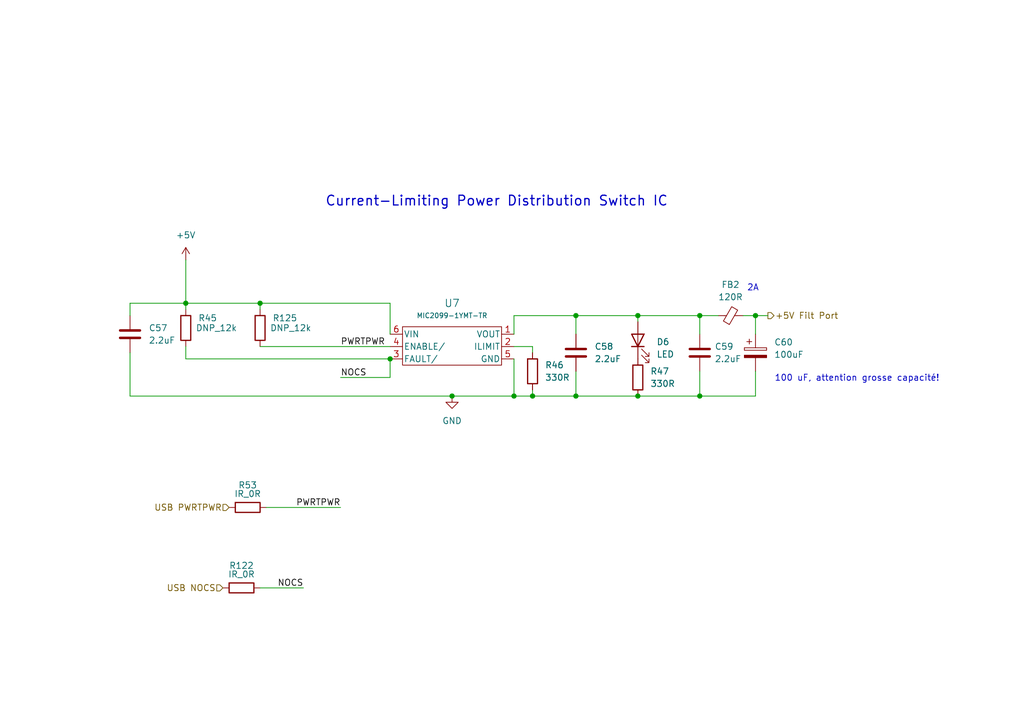
<source format=kicad_sch>
(kicad_sch (version 20231120) (generator "eeschema") (generator_version "8.0")
  (paper "A5")
  (lib_symbols
    (symbol "PnP_Mother_Board:+3.3V" (power) (pin_numbers hide) (pin_names (offset 0) hide)
      (property "Value" "+3.3V" (at 0 3.556 0))
      (symbol "+3.3V_0_1"
        (polyline (pts (xy -0.762 1.27) (xy 0 2.54)))
        (polyline (pts (xy 0 0) (xy 0 2.54)))
        (polyline (pts (xy 0 2.54) (xy 0.762 1.27)))
      )
      (symbol "+3.3V_1_1"
        (pin power_in line (at 0 0 90) (length 0) (name "~") (number "1"))
      )
    )
    (symbol "PnP_Mother_Board:C" (pin_numbers hide) (pin_names (offset 0.254))
      (property "Reference" "C" (at 0.635 2.54 0))
      (property "Value" "C" (at 0.635 -2.54 0))
      (symbol "C_0_1"
        (polyline (pts (xy -2.032 -0.762) (xy 2.032 -0.762)) (stroke (width 0.508)))
        (polyline (pts (xy -2.032 0.762) (xy 2.032 0.762)) (stroke (width 0.508)))
      )
      (symbol "C_1_1"
        (pin passive line (at 0 3.81 270) (length 2.794) (name "~") (number "1"))
        (pin passive line (at 0 -3.81 90) (length 2.794) (name "~") (number "2"))
      )
    )
    (symbol "PnP_Mother_Board:C_Polarized" (pin_numbers hide) (pin_names (offset 0.254))
      (property "Reference" "C" (at 0.635 2.54 0))
      (property "Value" "C_Polarized" (at 0.635 -2.54 0))
      (symbol "C_Polarized_0_1"
        (rectangle (start -2.286 0.508) (end 2.286 1.016))
        (polyline (pts (xy -1.778 2.286) (xy -0.762 2.286)))
        (polyline (pts (xy -1.27 2.794) (xy -1.27 1.778)))
        (rectangle (start 2.286 -0.508) (end -2.286 -1.016) (fill (type outline)))
      )
      (symbol "C_Polarized_1_1"
        (pin passive line (at 0 3.81 270) (length 2.794) (name "~") (number "1"))
        (pin passive line (at 0 -3.81 90) (length 2.794) (name "~") (number "2"))
      )
    )
    (symbol "PnP_Mother_Board:FerriteBead_Small" (pin_numbers hide) (pin_names (offset 0))
      (property "Reference" "FB" (at 1.905 1.27 0))
      (property "Value" "FerriteBead_Small" (at 1.905 -1.27 0))
      (symbol "FerriteBead_Small_0_1"
        (polyline (pts (xy 0 -1.27) (xy 0 -0.7874)))
        (polyline (pts (xy 0 0.889) (xy 0 1.2954)))
        (polyline (pts (xy -1.8288 0.2794) (xy -1.1176 1.4986) (xy 1.8288 -0.2032) (xy 1.1176 -1.4224) (xy -1.8288 0.2794)))
      )
      (symbol "FerriteBead_Small_1_1"
        (pin passive line (at 0 2.54 270) (length 1.27) (name "~") (number "1"))
        (pin passive line (at 0 -2.54 90) (length 1.27) (name "~") (number "2"))
      )
    )
    (symbol "PnP_Mother_Board:GND" (power) (pin_numbers hide) (pin_names (offset 0) hide)
      (property "Value" "GND" (at 0 -3.81 0))
      (symbol "GND_0_1"
        (polyline (pts (xy 0 0) (xy 0 -1.27) (xy 1.27 -1.27) (xy 0 -2.54) (xy -1.27 -1.27) (xy 0 -1.27)))
      )
      (symbol "GND_1_1"
        (pin power_in line (at 0 0 270) (length 0) (name "~") (number "1"))
      )
    )
    (symbol "PnP_Mother_Board:LED" (pin_numbers hide) (pin_names (offset 1.016) hide)
      (property "Reference" "D" (at 0 2.54 0))
      (property "Value" "LED" (at 0 -2.54 0))
      (symbol "LED_0_1"
        (polyline (pts (xy -1.27 -1.27) (xy -1.27 1.27)) (stroke (width 0.254)))
        (polyline (pts (xy -1.27 0) (xy 1.27 0)))
        (polyline (pts (xy 1.27 -1.27) (xy 1.27 1.27) (xy -1.27 0) (xy 1.27 -1.27)) (stroke (width 0.254)))
        (polyline (pts (xy -3.048 -0.762) (xy -4.572 -2.286) (xy -3.81 -2.286) (xy -4.572 -2.286) (xy -4.572 -1.524)))
        (polyline (pts (xy -1.778 -0.762) (xy -3.302 -2.286) (xy -2.54 -2.286) (xy -3.302 -2.286) (xy -3.302 -1.524)))
      )
      (symbol "LED_1_1"
        (pin passive line (at -3.81 0 0) (length 2.54) (name "K") (number "1"))
        (pin passive line (at 3.81 0 180) (length 2.54) (name "A") (number "2"))
      )
    )
    (symbol "PnP_Mother_Board:MIC2099-1YMT-TR" (pin_names (offset 0.254))
      (property "Reference" "U" (at -0.254 7.112 0))
      (property "Value" "MIC2099-1YMT-TR" (at -0.254 5.334 0))
      (symbol "MIC2099-1YMT-TR_1_1"
        (rectangle (start -10.16 4.064) (end 10.16 -3.81))
        (pin input line (at 12.7 2.54 180) (length 2.54) (name "VOUT") (number "1"))
        (pin input line (at 12.7 0 180) (length 2.54) (name "ILIMIT") (number "2"))
        (pin input line (at -12.7 -2.54 0) (length 2.54) (name "FAULT/") (number "3"))
        (pin input line (at -12.7 0 0) (length 2.54) (name "ENABLE/") (number "4"))
        (pin input line (at 12.7 -2.54 180) (length 2.54) (name "GND") (number "5"))
        (pin input line (at -12.7 2.54 0) (length 2.54) (name "VIN") (number "6"))
      )
    )
    (symbol "PnP_Mother_Board:R" (pin_numbers hide) (pin_names (offset 0))
      (property "Reference" "R" (at 2.032 0 90))
      (property "Value" "R" (at 0 0 90))
      (symbol "R_0_1"
        (rectangle (start -1.016 -2.54) (end 1.016 2.54) (stroke (width 0.254)))
      )
      (symbol "R_1_1"
        (pin passive line (at 0 3.81 270) (length 1.27) (name "~") (number "1"))
        (pin passive line (at 0 -3.81 90) (length 1.27) (name "~") (number "2"))
      )
    )
  )
  (junction (at 118.11 81.28))
  (junction (at 130.81 81.28))
  (junction (at 118.11 64.77))
  (junction (at 38.1 62.23))
  (junction (at 143.51 64.77))
  (junction (at 130.81 64.77))
  (junction (at 105.41 81.28))
  (junction (at 109.22 81.28))
  (junction (at 80.01 73.66))
  (junction (at 143.51 81.28))
  (junction (at 154.94 64.77))
  (junction (at 92.71 81.28))
  (junction (at 53.34 62.23))
  (wire (pts (xy 80.01 68.58) (xy 80.01 62.23)))
  (wire (pts (xy 109.22 71.12) (xy 109.22 72.39)))
  (wire (pts (xy 69.85 104.14) (xy 54.61 104.14)))
  (wire (pts (xy 105.41 64.77) (xy 118.11 64.77)))
  (wire (pts (xy 80.01 62.23) (xy 53.34 62.23)))
  (wire (pts (xy 38.1 73.66) (xy 80.01 73.66)))
  (wire (pts (xy 118.11 64.77) (xy 118.11 68.58)))
  (wire (pts (xy 154.94 64.77) (xy 154.94 68.58)))
  (wire (pts (xy 38.1 62.23) (xy 38.1 63.5)))
  (wire (pts (xy 38.1 71.12) (xy 38.1 73.66)))
  (wire (pts (xy 118.11 76.2) (xy 118.11 81.28)))
  (wire (pts (xy 38.1 62.23) (xy 53.34 62.23)))
  (wire (pts (xy 130.81 64.77) (xy 130.81 66.04)))
  (wire (pts (xy 143.51 64.77) (xy 147.32 64.77)))
  (wire (pts (xy 143.51 68.58) (xy 143.51 64.77)))
  (wire (pts (xy 105.41 71.12) (xy 109.22 71.12)))
  (wire (pts (xy 53.34 71.12) (xy 80.01 71.12)))
  (wire (pts (xy 154.94 64.77) (xy 157.48 64.77)))
  (wire (pts (xy 154.94 76.2) (xy 154.94 81.28)))
  (wire (pts (xy 26.67 81.28) (xy 92.71 81.28)))
  (wire (pts (xy 69.85 77.47) (xy 80.01 77.47)))
  (wire (pts (xy 105.41 81.28) (xy 109.22 81.28)))
  (wire (pts (xy 109.22 80.01) (xy 109.22 81.28)))
  (wire (pts (xy 105.41 81.28) (xy 92.71 81.28)))
  (wire (pts (xy 118.11 64.77) (xy 130.81 64.77)))
  (wire (pts (xy 38.1 53.34) (xy 38.1 62.23)))
  (wire (pts (xy 130.81 81.28) (xy 118.11 81.28)))
  (wire (pts (xy 80.01 73.66) (xy 80.01 77.47)))
  (wire (pts (xy 154.94 81.28) (xy 143.51 81.28)))
  (wire (pts (xy 26.67 62.23) (xy 38.1 62.23)))
  (wire (pts (xy 26.67 62.23) (xy 26.67 64.77)))
  (wire (pts (xy 105.41 68.58) (xy 105.41 64.77)))
  (wire (pts (xy 62.23 120.65) (xy 53.34 120.65)))
  (wire (pts (xy 130.81 64.77) (xy 143.51 64.77)))
  (wire (pts (xy 143.51 81.28) (xy 130.81 81.28)))
  (wire (pts (xy 26.67 72.39) (xy 26.67 81.28)))
  (wire (pts (xy 105.41 73.66) (xy 105.41 81.28)))
  (wire (pts (xy 152.4 64.77) (xy 154.94 64.77)))
  (wire (pts (xy 109.22 81.28) (xy 118.11 81.28)))
  (wire (pts (xy 53.34 62.23) (xy 53.34 63.5)))
  (wire (pts (xy 143.51 76.2) (xy 143.51 81.28)))
  (text "2A" (at 154.432 59.182 0) (effects (font (size 1.27 1.27))))
  (text "Current-Limiting Power Distribution Switch IC" (at 101.854 41.402 0) (effects (font (size 2 2) (thickness 0.25))))
  (text "100 uF, attention grosse capacité!" (at 175.768 77.724 0) (effects (font (size 1.27 1.27))))
  (label "PWRTPWR" (at 69.85 104.14 180))
  (label "PWRTPWR" (at 69.85 71.12 0))
  (label "NOCS" (at 62.23 120.65 180))
  (label "NOCS" (at 69.85 77.47 0))
  (hierarchical_label "USB PWRTPWR" (shape input) (at 46.99 104.14 180))
  (hierarchical_label "USB NOCS" (shape input) (at 45.72 120.65 180))
  (hierarchical_label "+5V Filt Port" (shape output) (at 157.48 64.77 0))
  (symbol (lib_id "PnP_Mother_Board:R") (at 49.53 120.65 90) (unit 1)
    (property "Reference" "R122" (at 49.53 116.078 90))
    (property "Value" "IR_0R" (at 49.53 117.856 90))
    (property "Footprint" "Resistor_SMD:R_0805_2012Metric_Pad1.20x1.40mm_HandSolder" (effects (hide yes)))
    (property "Description" "Resistor" (effects (hide yes)))
    (instances (project "PnP_Mother_Board" (path "" (reference "R122") (unit 1)) (path "" (reference "R124") (unit 1)) (path "" (reference "R123") (unit 1))))
  )
  (symbol (lib_id "PnP_Mother_Board:R") (at 38.1 67.31 0) (unit 1)
    (property "Reference" "R45" (at 40.64 65.278 0) (effects (justify left)))
    (property "Value" "DNP_12k" (at 40.132 67.31 0) (effects (justify left)))
    (property "Footprint" "Resistor_SMD:R_0805_2012Metric_Pad1.20x1.40mm_HandSolder" (effects (hide yes)))
    (property "Description" "Resistor" (effects (hide yes)))
    (instances (project "PnP_Mother_Board" (path "" (reference "R45") (unit 1)) (path "" (reference "R58") (unit 1)) (path "" (reference "R50") (unit 1))))
  )
  (symbol (lib_id "PnP_Mother_Board:MIC2099-1YMT-TR") (at 92.71 71.12 0) (unit 1)
    (property "Reference" "U7" (at 92.71 62.23 0) (effects (font (size 1.524 1.524))))
    (property "Value" "MIC2099-1YMT-TR" (at 92.71 64.77 0) (effects (font (size 1 1))))
    (property "Footprint" "Package_DFN_QFN:MLF-6-1EP_1.6x1.6mm_P0.5mm_EP0.5x1.26mm" (effects (hide yes)))
    (property "Datasheet" "https://www.mouser.be/datasheet/2/268/mic2095-3445038.pdf" (effects (hide yes)))
    (property "Champ5" "https://www.mouser.be/ProductDetail/Microchip-Technology/MIC2099-1YMT-TR?qs=Y3Q3JoKAO1TOfJDYcM%252BPYw%3D%3D" (effects (hide yes)))
    (instances (project "PnP_Mother_Board" (path "" (reference "U7") (unit 1)) (path "" (reference "U10") (unit 1)) (path "" (reference "U8") (unit 1))))
  )
  (symbol (lib_id "PnP_Mother_Board:C") (at 143.51 72.39 0) (unit 1)
    (property "Reference" "C59" (at 146.558 71.12 0) (effects (justify left)))
    (property "Value" "2.2uF" (at 146.558 73.66 0) (effects (justify left)))
    (property "Footprint" "Capacitor_SMD:C_0805_2012Metric_Pad1.18x1.45mm_HandSolder" (effects (hide yes)))
    (property "Description" "Unpolarized capacitor" (effects (hide yes)))
    (instances (project "PnP_Mother_Board" (path "" (reference "C59") (unit 1)) (path "" (reference "C71") (unit 1)) (path "" (reference "C63") (unit 1))))
  )
  (symbol (lib_id "PnP_Mother_Board:R") (at 130.81 77.47 0) (unit 1)
    (property "Reference" "R47" (at 133.35 76.1999 0) (effects (justify left)))
    (property "Value" "330R" (at 133.35 78.7399 0) (effects (justify left)))
    (property "Footprint" "Resistor_SMD:R_0805_2012Metric_Pad1.20x1.40mm_HandSolder" (effects (hide yes)))
    (property "Description" "Resistor" (effects (hide yes)))
    (instances (project "PnP_Mother_Board" (path "" (reference "R47") (unit 1)) (path "" (reference "R60") (unit 1)) (path "" (reference "R52") (unit 1))))
  )
  (symbol (lib_id "PnP_Mother_Board:+3.3V") (at 38.1 53.34 0) (unit 1)
    (property "Reference" "#PWR082" (effects (hide yes)))
    (property "Value" "+5V" (at 38.1 48.26 0))
    (property "Description" "Power symbol creates a global label with name \"+3.3V\"" (effects (hide yes)))
    (instances (project "PnP_Mother_Board" (path "" (reference "#PWR082") (unit 1)) (path "" (reference "#PWR090") (unit 1)) (path "" (reference "#PWR085") (unit 1))))
  )
  (symbol (lib_id "PnP_Mother_Board:C") (at 26.67 68.58 0) (unit 1)
    (property "Reference" "C57" (at 30.48 67.3099 0) (effects (justify left)))
    (property "Value" "2.2uF" (at 30.48 69.8499 0) (effects (justify left)))
    (property "Footprint" "Capacitor_SMD:C_0805_2012Metric_Pad1.18x1.45mm_HandSolder" (effects (hide yes)))
    (property "Description" "Unpolarized capacitor" (effects (hide yes)))
    (instances (project "PnP_Mother_Board" (path "" (reference "C57") (unit 1)) (path "" (reference "C69") (unit 1)) (path "" (reference "C61") (unit 1))))
  )
  (symbol (lib_id "PnP_Mother_Board:R") (at 109.22 76.2 0) (unit 1)
    (property "Reference" "R46" (at 111.76 74.9299 0) (effects (justify left)))
    (property "Value" "330R" (at 111.76 77.4699 0) (effects (justify left)))
    (property "Footprint" "Resistor_SMD:R_0805_2012Metric_Pad1.20x1.40mm_HandSolder" (effects (hide yes)))
    (property "Description" "Resistor" (effects (hide yes)))
    (instances (project "PnP_Mother_Board" (path "" (reference "R46") (unit 1)) (path "" (reference "R59") (unit 1)) (path "" (reference "R51") (unit 1))))
  )
  (symbol (lib_id "PnP_Mother_Board:FerriteBead_Small") (at 149.86 64.77 90) (unit 1)
    (property "Reference" "FB2" (at 149.8219 58.42 90))
    (property "Value" "120R" (at 149.8219 60.96 90))
    (property "Footprint" "Inductor_SMD:L_0805_2012Metric_Pad1.05x1.20mm_HandSolder" (effects (hide yes)))
    (property "Datasheet" "https://www.mouser.be/datasheet/2/418/9/ENG_DS_1773178_3_A1-3475710.pdf" (effects (hide yes)))
    (property "Description" "Ferrite bead, small symbol" (effects (hide yes)))
    (property "Champ5" "https://www.mouser.be/ProductDetail/TE-Connectivity-Sigma-Inductors/1-2176744-5?qs=sGAEpiMZZMt1hubY80%2Fs8KH3ycnB7WcG3bGUlx1UiAMgdDynNPcTYA%3D%3D" (effects (hide yes)))
    (instances (project "PnP_Mother_Board" (path "" (reference "FB2") (unit 1)) (path "" (reference "FB5") (unit 1)) (path "" (reference "FB3") (unit 1))))
  )
  (symbol (lib_id "PnP_Mother_Board:C_Polarized") (at 154.94 72.39 0) (unit 1)
    (property "Reference" "C60" (at 158.75 70.2309 0) (effects (justify left)))
    (property "Value" "100uF" (at 158.75 72.7709 0) (effects (justify left)))
    (property "Footprint" "Capacitor_SMD:CP_Elec_6.3x7.7" (effects (hide yes)))
    (property "Datasheet" "https://www.mouser.be/datasheet/2/231/161587300510-2307174.pdf" (effects (hide yes)))
    (property "Description" "Polarized capacitor" (effects (hide yes)))
    (property "Champ5" "https://www.mouser.be/ProductDetail/Lelon/VZL101M1VTR-0607?qs=sGAEpiMZZMsh%252B1woXyUXjzRu9w46NtHrWYxiKoADoT4%3D" (effects (hide yes)))
    (instances (project "PnP_Mother_Board" (path "" (reference "C60") (unit 1)) (path "" (reference "C72") (unit 1)) (path "" (reference "C64") (unit 1))))
  )
  (symbol (lib_id "PnP_Mother_Board:C") (at 118.11 72.39 0) (unit 1)
    (property "Reference" "C58" (at 121.92 71.1199 0) (effects (justify left)))
    (property "Value" "2.2uF" (at 121.92 73.6599 0) (effects (justify left)))
    (property "Footprint" "Capacitor_SMD:C_0805_2012Metric_Pad1.18x1.45mm_HandSolder" (effects (hide yes)))
    (property "Description" "Unpolarized capacitor" (effects (hide yes)))
    (instances (project "PnP_Mother_Board" (path "" (reference "C58") (unit 1)) (path "" (reference "C70") (unit 1)) (path "" (reference "C62") (unit 1))))
  )
  (symbol (lib_id "PnP_Mother_Board:LED") (at 130.81 69.85 90) (unit 1)
    (property "Reference" "D6" (at 134.62 70.1674 90) (effects (justify right)))
    (property "Value" "LED" (at 134.62 72.7074 90) (effects (justify right)))
    (property "Footprint" "LED_SMD:LED_0805_2012Metric_Pad1.15x1.40mm_HandSolder" (effects (hide yes)))
    (property "Description" "Light emitting diode" (effects (hide yes)))
    (instances (project "PnP_Mother_Board" (path "" (reference "D6") (unit 1)) (path "" (reference "D9") (unit 1)) (path "" (reference "D7") (unit 1))))
  )
  (symbol (lib_id "PnP_Mother_Board:GND") (at 92.71 81.28 0) (unit 1)
    (property "Reference" "#PWR083" (effects (hide yes)))
    (property "Value" "GND" (at 92.71 86.36 0))
    (property "Description" "Power symbol creates a global label with name \"GND\" , ground" (effects (hide yes)))
    (instances (project "PnP_Mother_Board" (path "" (reference "#PWR083") (unit 1)) (path "" (reference "#PWR091") (unit 1)) (path "" (reference "#PWR086") (unit 1))))
  )
  (symbol (lib_id "PnP_Mother_Board:R") (at 50.8 104.14 90) (unit 1)
    (property "Reference" "R53" (at 50.8 99.568 90))
    (property "Value" "IR_0R" (at 50.8 101.346 90))
    (property "Footprint" "Resistor_SMD:R_0805_2012Metric_Pad1.20x1.40mm_HandSolder" (effects (hide yes)))
    (property "Description" "Resistor" (effects (hide yes)))
    (instances (project "PnP_Mother_Board" (path "" (reference "R53") (unit 1)) (path "" (reference "R55") (unit 1)) (path "" (reference "R54") (unit 1))))
  )
  (symbol (lib_id "PnP_Mother_Board:R") (at 53.34 67.31 0) (unit 1)
    (property "Reference" "R125" (at 55.88 65.278 0) (effects (justify left)))
    (property "Value" "DNP_12k" (at 55.372 67.31 0) (effects (justify left)))
    (property "Footprint" "Resistor_SMD:R_0805_2012Metric_Pad1.20x1.40mm_HandSolder" (effects (hide yes)))
    (property "Description" "Resistor" (effects (hide yes)))
    (instances (project "PnP_Mother_Board" (path "" (reference "R125") (unit 1)) (path "" (reference "R127") (unit 1)) (path "" (reference "R126") (unit 1))))
  )
)
</source>
